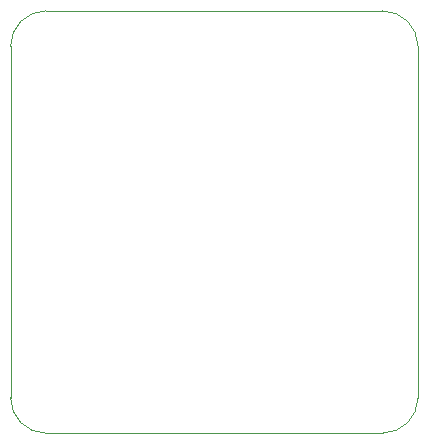
<source format=gbr>
%TF.GenerationSoftware,KiCad,Pcbnew,9.0.3*%
%TF.CreationDate,2025-07-15T20:34:28+12:00*%
%TF.ProjectId,LED_Dimmer,4c45445f-4469-46d6-9d65-722e6b696361,rev?*%
%TF.SameCoordinates,Original*%
%TF.FileFunction,Profile,NP*%
%FSLAX46Y46*%
G04 Gerber Fmt 4.6, Leading zero omitted, Abs format (unit mm)*
G04 Created by KiCad (PCBNEW 9.0.3) date 2025-07-15 20:34:28*
%MOMM*%
%LPD*%
G01*
G04 APERTURE LIST*
%TA.AperFunction,Profile*%
%ADD10C,0.050000*%
%TD*%
G04 APERTURE END LIST*
D10*
X85000000Y-26250000D02*
G75*
G02*
X88000000Y-23250000I3000000J0D01*
G01*
X119500000Y-56000000D02*
G75*
G02*
X116500000Y-59000000I-3000000J0D01*
G01*
X88000000Y-23247798D02*
X116500001Y-23247798D01*
X85000000Y-56000000D02*
X85000000Y-26250000D01*
X88000000Y-59000000D02*
G75*
G02*
X85000000Y-56000000I0J3000000D01*
G01*
X116500001Y-23250000D02*
G75*
G02*
X119500000Y-26250000I-1J-3000000D01*
G01*
X119500000Y-26250000D02*
X119500000Y-56000000D01*
X116500000Y-58997873D02*
X88000000Y-59000000D01*
M02*

</source>
